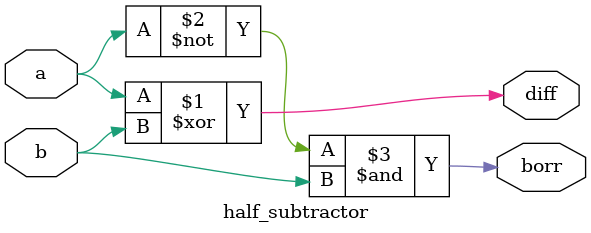
<source format=v>
module half_subtractor(a,b,diff,borr);
input a,b;
output diff,borr;
assign diff=a^b;
assign borr=~a&b;
endmodule

</source>
